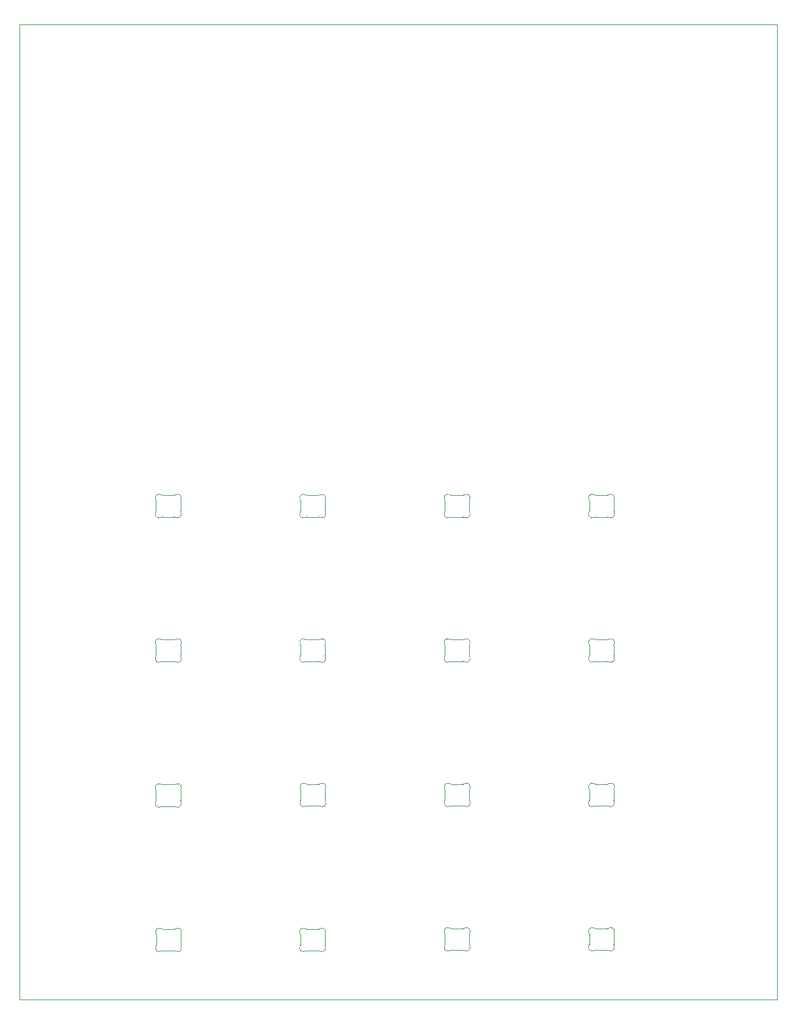
<source format=gbr>
%TF.GenerationSoftware,KiCad,Pcbnew,(6.0.4)*%
%TF.CreationDate,2022-05-01T23:44:28+08:00*%
%TF.ProjectId,RP2040_16Key_ili9341_LCD_keypad,52503230-3430-45f3-9136-4b65795f696c,rev?*%
%TF.SameCoordinates,Original*%
%TF.FileFunction,Profile,NP*%
%FSLAX46Y46*%
G04 Gerber Fmt 4.6, Leading zero omitted, Abs format (unit mm)*
G04 Created by KiCad (PCBNEW (6.0.4)) date 2022-05-01 23:44:28*
%MOMM*%
%LPD*%
G01*
G04 APERTURE LIST*
%TA.AperFunction,Profile*%
%ADD10C,0.100000*%
%TD*%
G04 APERTURE END LIST*
D10*
X42000000Y-34640000D02*
X147000000Y-34640000D01*
X147000000Y-34640000D02*
X147000000Y-169640000D01*
X147000000Y-169640000D02*
X42000000Y-169640000D01*
X42000000Y-169640000D02*
X42000000Y-34640000D01*
%TO.C,LED8*%
X123481119Y-122839999D02*
X121892215Y-122839999D01*
X121892215Y-119840000D02*
X123481120Y-119840000D01*
X120986668Y-122042841D02*
X120986668Y-120637157D01*
X124386666Y-120637157D02*
X124386666Y-122042841D01*
X124386666Y-122042841D02*
G75*
G03*
X124436151Y-122259719I499990J-2D01*
G01*
X124436152Y-120420279D02*
G75*
G03*
X123733378Y-119771701I-450516J216877D01*
G01*
X121892215Y-122840000D02*
G75*
G03*
X121639957Y-122908298I2J-500010D01*
G01*
X120937187Y-122259721D02*
G75*
G03*
X121639956Y-122908296I450510J-216879D01*
G01*
X120986657Y-120637157D02*
G75*
G03*
X120937183Y-120420279I-500290J-43D01*
G01*
X124436151Y-120420279D02*
G75*
G03*
X124386666Y-120637156I450505J-216876D01*
G01*
X121639956Y-119771700D02*
G75*
G03*
X120937183Y-120420279I-252259J-431700D01*
G01*
X123733378Y-122908298D02*
G75*
G03*
X123481119Y-122839999I-252261J-431710D01*
G01*
X123481120Y-119840000D02*
G75*
G03*
X123733378Y-119771701I-3J500009D01*
G01*
X123733378Y-122908298D02*
G75*
G03*
X124436151Y-122259718I252259J431700D01*
G01*
X121639956Y-119771700D02*
G75*
G03*
X121892214Y-119839999I252261J431710D01*
G01*
X120937183Y-122259719D02*
G75*
G03*
X120986668Y-122042842I-450866J216959D01*
G01*
%TO.C,LED5*%
X60946668Y-122042841D02*
X60946668Y-120637157D01*
X63441119Y-122839999D02*
X61852215Y-122839999D01*
X64346666Y-120637157D02*
X64346666Y-122042841D01*
X61852215Y-119840000D02*
X63441120Y-119840000D01*
X63441120Y-119840000D02*
G75*
G03*
X63693378Y-119771701I-3J500009D01*
G01*
X63693378Y-122908298D02*
G75*
G03*
X63441119Y-122839999I-252261J-431710D01*
G01*
X60897187Y-122259721D02*
G75*
G03*
X61599956Y-122908296I450510J-216879D01*
G01*
X61852215Y-122840000D02*
G75*
G03*
X61599957Y-122908298I2J-500010D01*
G01*
X60897183Y-122259719D02*
G75*
G03*
X60946668Y-122042842I-450386J216849D01*
G01*
X64396152Y-120420279D02*
G75*
G03*
X63693378Y-119771701I-450516J216877D01*
G01*
X63693378Y-122908298D02*
G75*
G03*
X64396151Y-122259718I252259J431700D01*
G01*
X61599956Y-119771700D02*
G75*
G03*
X61852214Y-119839999I252261J431710D01*
G01*
X61599956Y-119771700D02*
G75*
G03*
X60897183Y-120420279I-252259J-431700D01*
G01*
X64346666Y-122042841D02*
G75*
G03*
X64396151Y-122259719I499990J-2D01*
G01*
X64396151Y-120420279D02*
G75*
G03*
X64346666Y-120637156I450505J-216876D01*
G01*
X60946657Y-120637157D02*
G75*
G03*
X60897183Y-120420279I-500290J-43D01*
G01*
%TO.C,LED11*%
X104386666Y-140637157D02*
X104386666Y-142042841D01*
X100986668Y-142042841D02*
X100986668Y-140637157D01*
X101892215Y-139840000D02*
X103481120Y-139840000D01*
X103481119Y-142839999D02*
X101892215Y-142839999D01*
X103481120Y-139840000D02*
G75*
G03*
X103733378Y-139771701I-3J500009D01*
G01*
X103733378Y-142908298D02*
G75*
G03*
X104436151Y-142259718I252259J431700D01*
G01*
X101892215Y-142840000D02*
G75*
G03*
X101639957Y-142908298I2J-500010D01*
G01*
X100937187Y-142259721D02*
G75*
G03*
X101639956Y-142908296I450510J-216879D01*
G01*
X101639956Y-139771700D02*
G75*
G03*
X100937183Y-140420279I-252259J-431700D01*
G01*
X100937183Y-142259719D02*
G75*
G03*
X100986668Y-142042842I-450386J216849D01*
G01*
X104386666Y-142042841D02*
G75*
G03*
X104436151Y-142259719I499990J-2D01*
G01*
X103733378Y-142908298D02*
G75*
G03*
X103481119Y-142839999I-252261J-431710D01*
G01*
X104436152Y-140420279D02*
G75*
G03*
X103733378Y-139771701I-450516J216877D01*
G01*
X100986657Y-140637157D02*
G75*
G03*
X100937183Y-140420279I-500290J-43D01*
G01*
X104436151Y-140420279D02*
G75*
G03*
X104386666Y-140637156I450505J-216876D01*
G01*
X101639956Y-139771700D02*
G75*
G03*
X101892214Y-139839999I252261J431710D01*
G01*
%TO.C,LED6*%
X84359999Y-120637157D02*
X84359999Y-122042841D01*
X80960001Y-122042841D02*
X80960001Y-120637157D01*
X83454452Y-122839999D02*
X81865548Y-122839999D01*
X81865548Y-119840000D02*
X83454453Y-119840000D01*
X80910516Y-122259719D02*
G75*
G03*
X80960001Y-122042842I-450386J216849D01*
G01*
X81613289Y-119771700D02*
G75*
G03*
X80910516Y-120420279I-252259J-431700D01*
G01*
X81613289Y-119771700D02*
G75*
G03*
X81865547Y-119839999I252261J431710D01*
G01*
X80910520Y-122259721D02*
G75*
G03*
X81613289Y-122908296I450510J-216879D01*
G01*
X81865548Y-122840000D02*
G75*
G03*
X81613290Y-122908298I2J-500010D01*
G01*
X84359999Y-122042841D02*
G75*
G03*
X84409484Y-122259719I499990J-2D01*
G01*
X83454453Y-119840000D02*
G75*
G03*
X83706711Y-119771701I-3J500009D01*
G01*
X84409484Y-120420279D02*
G75*
G03*
X84359999Y-120637156I450505J-216876D01*
G01*
X83706711Y-122908298D02*
G75*
G03*
X84409484Y-122259718I252259J431700D01*
G01*
X80959990Y-120637157D02*
G75*
G03*
X80910516Y-120420279I-500290J-43D01*
G01*
X84409485Y-120420279D02*
G75*
G03*
X83706711Y-119771701I-450516J216877D01*
G01*
X83706711Y-122908298D02*
G75*
G03*
X83454452Y-122839999I-252261J-431710D01*
G01*
%TO.C,LED2*%
X80960001Y-102042841D02*
X80960001Y-100637157D01*
X84359999Y-100637157D02*
X84359999Y-102042841D01*
X83454452Y-102839999D02*
X81865548Y-102839999D01*
X81865548Y-99840000D02*
X83454453Y-99840000D01*
X84409485Y-100420279D02*
G75*
G03*
X83706711Y-99771701I-450516J216877D01*
G01*
X83706711Y-102908298D02*
G75*
G03*
X83454452Y-102839999I-252261J-431710D01*
G01*
X81613289Y-99771700D02*
G75*
G03*
X81865547Y-99839999I252261J431710D01*
G01*
X80910516Y-102259719D02*
G75*
G03*
X80960001Y-102042842I-450386J216849D01*
G01*
X81613289Y-99771700D02*
G75*
G03*
X80910516Y-100420279I-252259J-431700D01*
G01*
X80959990Y-100637157D02*
G75*
G03*
X80910516Y-100420279I-500290J-43D01*
G01*
X80910520Y-102259721D02*
G75*
G03*
X81613289Y-102908296I450510J-216879D01*
G01*
X81865548Y-102840000D02*
G75*
G03*
X81613290Y-102908298I2J-500010D01*
G01*
X84359999Y-102042841D02*
G75*
G03*
X84409484Y-102259719I499990J-2D01*
G01*
X83706711Y-102908298D02*
G75*
G03*
X84409484Y-102259718I252259J431700D01*
G01*
X84409484Y-100420279D02*
G75*
G03*
X84359999Y-100637156I450505J-216876D01*
G01*
X83454453Y-99840000D02*
G75*
G03*
X83706711Y-99771701I-3J500009D01*
G01*
%TO.C,LED10*%
X83481119Y-142839999D02*
X81892215Y-142839999D01*
X81892215Y-139840000D02*
X83481120Y-139840000D01*
X80986668Y-142042841D02*
X80986668Y-140637157D01*
X84386666Y-140637157D02*
X84386666Y-142042841D01*
X81892215Y-142840000D02*
G75*
G03*
X81639957Y-142908298I2J-500010D01*
G01*
X83733378Y-142908298D02*
G75*
G03*
X84436151Y-142259718I252259J431700D01*
G01*
X83481120Y-139840000D02*
G75*
G03*
X83733378Y-139771701I-3J500009D01*
G01*
X80937183Y-142259719D02*
G75*
G03*
X80986668Y-142042842I-450386J216849D01*
G01*
X81639956Y-139771700D02*
G75*
G03*
X80937183Y-140420279I-252259J-431700D01*
G01*
X84386666Y-142042841D02*
G75*
G03*
X84436151Y-142259719I499990J-2D01*
G01*
X81639956Y-139771700D02*
G75*
G03*
X81892214Y-139839999I252261J431710D01*
G01*
X80986657Y-140637157D02*
G75*
G03*
X80937183Y-140420279I-500290J-43D01*
G01*
X80937187Y-142259721D02*
G75*
G03*
X81639956Y-142908296I450510J-216879D01*
G01*
X84436151Y-140420279D02*
G75*
G03*
X84386666Y-140637156I450505J-216876D01*
G01*
X84436152Y-140420279D02*
G75*
G03*
X83733378Y-139771701I-450516J216877D01*
G01*
X83733378Y-142908298D02*
G75*
G03*
X83481119Y-142839999I-252261J-431710D01*
G01*
%TO.C,LED1*%
X63441119Y-102839999D02*
X61852215Y-102839999D01*
X64346666Y-100637157D02*
X64346666Y-102042841D01*
X60946668Y-102042841D02*
X60946668Y-100637157D01*
X61852215Y-99840000D02*
X63441120Y-99840000D01*
X64346666Y-102042841D02*
G75*
G03*
X64396151Y-102259719I499990J-2D01*
G01*
X64396151Y-100420279D02*
G75*
G03*
X64346666Y-100637156I450505J-216876D01*
G01*
X64396152Y-100420279D02*
G75*
G03*
X63693378Y-99771701I-450516J216877D01*
G01*
X63693378Y-102908298D02*
G75*
G03*
X63441119Y-102839999I-252261J-431710D01*
G01*
X63441120Y-99840000D02*
G75*
G03*
X63693378Y-99771701I-3J500009D01*
G01*
X60897183Y-102259719D02*
G75*
G03*
X60946668Y-102042842I-450866J216959D01*
G01*
X60946657Y-100637157D02*
G75*
G03*
X60897183Y-100420279I-500290J-43D01*
G01*
X60897187Y-102259721D02*
G75*
G03*
X61599956Y-102908296I450510J-216879D01*
G01*
X61599956Y-99771700D02*
G75*
G03*
X61852214Y-99839999I252261J431710D01*
G01*
X63693378Y-102908298D02*
G75*
G03*
X64396151Y-102259718I252259J431700D01*
G01*
X61852215Y-102840000D02*
G75*
G03*
X61599957Y-102908298I2J-500010D01*
G01*
X61599956Y-99771700D02*
G75*
G03*
X60897183Y-100420279I-252259J-431700D01*
G01*
%TO.C,LED3*%
X104373332Y-100637157D02*
X104373332Y-102042841D01*
X101878881Y-99840000D02*
X103467786Y-99840000D01*
X100973334Y-102042841D02*
X100973334Y-100637157D01*
X103467785Y-102839999D02*
X101878881Y-102839999D01*
X103467786Y-99840000D02*
G75*
G03*
X103720044Y-99771701I-3J500009D01*
G01*
X104373332Y-102042841D02*
G75*
G03*
X104422817Y-102259719I499990J-2D01*
G01*
X100923849Y-102259719D02*
G75*
G03*
X100973334Y-102042842I-450386J216849D01*
G01*
X104422817Y-100420279D02*
G75*
G03*
X104373332Y-100637156I450505J-216876D01*
G01*
X101878881Y-102840000D02*
G75*
G03*
X101626623Y-102908298I2J-500010D01*
G01*
X104422818Y-100420279D02*
G75*
G03*
X103720044Y-99771701I-450516J216877D01*
G01*
X103720044Y-102908298D02*
G75*
G03*
X104422817Y-102259718I252259J431700D01*
G01*
X100923853Y-102259721D02*
G75*
G03*
X101626622Y-102908296I450510J-216879D01*
G01*
X101626622Y-99771700D02*
G75*
G03*
X101878880Y-99839999I252261J431710D01*
G01*
X100973323Y-100637157D02*
G75*
G03*
X100923849Y-100420279I-500290J-43D01*
G01*
X101626622Y-99771700D02*
G75*
G03*
X100923849Y-100420279I-252259J-431700D01*
G01*
X103720044Y-102908298D02*
G75*
G03*
X103467785Y-102839999I-252261J-431710D01*
G01*
%TO.C,LED12*%
X124386666Y-140637157D02*
X124386666Y-142042841D01*
X120986668Y-142042841D02*
X120986668Y-140637157D01*
X121892215Y-139840000D02*
X123481120Y-139840000D01*
X123481119Y-142839999D02*
X121892215Y-142839999D01*
X123481120Y-139840000D02*
G75*
G03*
X123733378Y-139771701I-3J500009D01*
G01*
X123733378Y-142908298D02*
G75*
G03*
X123481119Y-142839999I-252261J-431710D01*
G01*
X120986657Y-140637157D02*
G75*
G03*
X120937183Y-140420279I-500290J-43D01*
G01*
X124436151Y-140420279D02*
G75*
G03*
X124386666Y-140637156I450505J-216876D01*
G01*
X120937187Y-142259721D02*
G75*
G03*
X121639956Y-142908296I450510J-216879D01*
G01*
X121639956Y-139771700D02*
G75*
G03*
X120937183Y-140420279I-252259J-431700D01*
G01*
X123733378Y-142908298D02*
G75*
G03*
X124436151Y-142259718I252259J431700D01*
G01*
X124436152Y-140420279D02*
G75*
G03*
X123733378Y-139771701I-450516J216877D01*
G01*
X121892215Y-142840000D02*
G75*
G03*
X121639957Y-142908298I2J-500010D01*
G01*
X124386666Y-142042841D02*
G75*
G03*
X124436151Y-142259719I499990J-2D01*
G01*
X121639956Y-139771700D02*
G75*
G03*
X121892214Y-139839999I252261J431710D01*
G01*
X120937183Y-142259719D02*
G75*
G03*
X120986668Y-142042842I-450386J216849D01*
G01*
%TO.C,LED14*%
X80946668Y-162122841D02*
X80946668Y-160717157D01*
X83441119Y-162919999D02*
X81852215Y-162919999D01*
X81852215Y-159920000D02*
X83441120Y-159920000D01*
X84346666Y-160717157D02*
X84346666Y-162122841D01*
X81599956Y-159851700D02*
G75*
G03*
X80897183Y-160500279I-252259J-431700D01*
G01*
X83693378Y-162988298D02*
G75*
G03*
X84396151Y-162339718I252259J431700D01*
G01*
X80897183Y-162339719D02*
G75*
G03*
X80946668Y-162122842I-450386J216849D01*
G01*
X84346666Y-162122841D02*
G75*
G03*
X84396151Y-162339719I499990J-2D01*
G01*
X84396151Y-160500279D02*
G75*
G03*
X84346666Y-160717156I450505J-216876D01*
G01*
X83441120Y-159920000D02*
G75*
G03*
X83693378Y-159851701I-3J500009D01*
G01*
X84396152Y-160500279D02*
G75*
G03*
X83693378Y-159851701I-450516J216877D01*
G01*
X83693378Y-162988298D02*
G75*
G03*
X83441119Y-162919999I-252261J-431710D01*
G01*
X81599956Y-159851700D02*
G75*
G03*
X81852214Y-159919999I252261J431710D01*
G01*
X81852215Y-162920000D02*
G75*
G03*
X81599957Y-162988298I2J-500010D01*
G01*
X80897187Y-162339721D02*
G75*
G03*
X81599956Y-162988296I450510J-216879D01*
G01*
X80946657Y-160717157D02*
G75*
G03*
X80897183Y-160500279I-500290J-43D01*
G01*
%TO.C,LED9*%
X60946668Y-142122841D02*
X60946668Y-140717157D01*
X61852215Y-139920000D02*
X63441120Y-139920000D01*
X63441119Y-142919999D02*
X61852215Y-142919999D01*
X64346666Y-140717157D02*
X64346666Y-142122841D01*
X63441120Y-139920000D02*
G75*
G03*
X63693378Y-139851701I-3J500009D01*
G01*
X60897183Y-142339719D02*
G75*
G03*
X60946668Y-142122842I-450386J216849D01*
G01*
X60946657Y-140717157D02*
G75*
G03*
X60897183Y-140500279I-500290J-43D01*
G01*
X61599956Y-139851700D02*
G75*
G03*
X61852214Y-139919999I252261J431710D01*
G01*
X61599956Y-139851700D02*
G75*
G03*
X60897183Y-140500279I-252259J-431700D01*
G01*
X64396151Y-140500279D02*
G75*
G03*
X64346666Y-140717156I450505J-216876D01*
G01*
X63693378Y-142988298D02*
G75*
G03*
X64396151Y-142339718I252259J431700D01*
G01*
X64346666Y-142122841D02*
G75*
G03*
X64396151Y-142339719I499990J-2D01*
G01*
X63693378Y-142988298D02*
G75*
G03*
X63441119Y-142919999I-252261J-431710D01*
G01*
X60897187Y-142339721D02*
G75*
G03*
X61599956Y-142988296I450510J-216879D01*
G01*
X64396152Y-140500279D02*
G75*
G03*
X63693378Y-139851701I-450516J216877D01*
G01*
X61852215Y-142920000D02*
G75*
G03*
X61599957Y-142988298I2J-500010D01*
G01*
%TO.C,LED15*%
X101892215Y-159840000D02*
X103481120Y-159840000D01*
X103481119Y-162839999D02*
X101892215Y-162839999D01*
X104386666Y-160637157D02*
X104386666Y-162042841D01*
X100986668Y-162042841D02*
X100986668Y-160637157D01*
X100937187Y-162259721D02*
G75*
G03*
X101639956Y-162908296I450510J-216879D01*
G01*
X104436151Y-160420279D02*
G75*
G03*
X104386666Y-160637156I450505J-216876D01*
G01*
X104436152Y-160420279D02*
G75*
G03*
X103733378Y-159771701I-450516J216877D01*
G01*
X103481120Y-159840000D02*
G75*
G03*
X103733378Y-159771701I-3J500009D01*
G01*
X104386666Y-162042841D02*
G75*
G03*
X104436151Y-162259719I499990J-2D01*
G01*
X100986657Y-160637157D02*
G75*
G03*
X100937183Y-160420279I-500290J-43D01*
G01*
X101892215Y-162840000D02*
G75*
G03*
X101639957Y-162908298I2J-500010D01*
G01*
X103733378Y-162908298D02*
G75*
G03*
X104436151Y-162259718I252259J431700D01*
G01*
X100937183Y-162259719D02*
G75*
G03*
X100986668Y-162042842I-450386J216849D01*
G01*
X101639956Y-159771700D02*
G75*
G03*
X101892214Y-159839999I252261J431710D01*
G01*
X101639956Y-159771700D02*
G75*
G03*
X100937183Y-160420279I-252259J-431700D01*
G01*
X103733378Y-162908298D02*
G75*
G03*
X103481119Y-162839999I-252261J-431710D01*
G01*
%TO.C,LED13*%
X64386666Y-160717157D02*
X64386666Y-162122841D01*
X61892215Y-159920000D02*
X63481120Y-159920000D01*
X60986668Y-162122841D02*
X60986668Y-160717157D01*
X63481119Y-162919999D02*
X61892215Y-162919999D01*
X61639956Y-159851700D02*
G75*
G03*
X60937183Y-160500279I-252259J-431700D01*
G01*
X61892215Y-162920000D02*
G75*
G03*
X61639957Y-162988298I2J-500010D01*
G01*
X64436151Y-160500279D02*
G75*
G03*
X64386666Y-160717156I450505J-216876D01*
G01*
X64436152Y-160500279D02*
G75*
G03*
X63733378Y-159851701I-450516J216877D01*
G01*
X63733378Y-162988298D02*
G75*
G03*
X64436151Y-162339718I252259J431700D01*
G01*
X63733378Y-162988298D02*
G75*
G03*
X63481119Y-162919999I-252261J-431710D01*
G01*
X61639956Y-159851700D02*
G75*
G03*
X61892214Y-159919999I252261J431710D01*
G01*
X64386666Y-162122841D02*
G75*
G03*
X64436151Y-162339719I499990J-2D01*
G01*
X60937183Y-162339719D02*
G75*
G03*
X60986668Y-162122842I-450386J216849D01*
G01*
X63481120Y-159920000D02*
G75*
G03*
X63733378Y-159851701I-3J500009D01*
G01*
X60937187Y-162339721D02*
G75*
G03*
X61639956Y-162988296I450510J-216879D01*
G01*
X60986657Y-160717157D02*
G75*
G03*
X60937183Y-160500279I-500290J-43D01*
G01*
%TO.C,LED7*%
X101878881Y-119840000D02*
X103467786Y-119840000D01*
X100973334Y-122042841D02*
X100973334Y-120637157D01*
X104373332Y-120637157D02*
X104373332Y-122042841D01*
X103467785Y-122839999D02*
X101878881Y-122839999D01*
X103720044Y-122908298D02*
G75*
G03*
X104422817Y-122259718I252259J431700D01*
G01*
X100923849Y-122259719D02*
G75*
G03*
X100973334Y-122042842I-450386J216849D01*
G01*
X100973323Y-120637157D02*
G75*
G03*
X100923849Y-120420279I-500290J-43D01*
G01*
X103467786Y-119840000D02*
G75*
G03*
X103720044Y-119771701I-3J500009D01*
G01*
X101626622Y-119771700D02*
G75*
G03*
X100923849Y-120420279I-252259J-431700D01*
G01*
X103720044Y-122908298D02*
G75*
G03*
X103467785Y-122839999I-252261J-431710D01*
G01*
X100923853Y-122259721D02*
G75*
G03*
X101626622Y-122908296I450510J-216879D01*
G01*
X101878881Y-122840000D02*
G75*
G03*
X101626623Y-122908298I2J-500010D01*
G01*
X104373332Y-122042841D02*
G75*
G03*
X104422817Y-122259719I499990J-2D01*
G01*
X104422818Y-120420279D02*
G75*
G03*
X103720044Y-119771701I-450516J216877D01*
G01*
X104422817Y-120420279D02*
G75*
G03*
X104373332Y-120637156I450505J-216876D01*
G01*
X101626622Y-119771700D02*
G75*
G03*
X101878880Y-119839999I252261J431710D01*
G01*
%TO.C,LED4*%
X124386666Y-100637157D02*
X124386666Y-102042841D01*
X123481119Y-102839999D02*
X121892215Y-102839999D01*
X120986668Y-102042841D02*
X120986668Y-100637157D01*
X121892215Y-99840000D02*
X123481120Y-99840000D01*
X124436151Y-100420279D02*
G75*
G03*
X124386666Y-100637156I450505J-216876D01*
G01*
X123481120Y-99840000D02*
G75*
G03*
X123733378Y-99771701I-3J500009D01*
G01*
X120937183Y-102259719D02*
G75*
G03*
X120986668Y-102042842I-450386J216849D01*
G01*
X123733378Y-102908298D02*
G75*
G03*
X124436151Y-102259718I252259J431700D01*
G01*
X121639956Y-99771700D02*
G75*
G03*
X120937183Y-100420279I-252259J-431700D01*
G01*
X121892215Y-102840000D02*
G75*
G03*
X121639957Y-102908298I2J-500010D01*
G01*
X120986657Y-100637157D02*
G75*
G03*
X120937183Y-100420279I-500290J-43D01*
G01*
X120937187Y-102259721D02*
G75*
G03*
X121639956Y-102908296I450510J-216879D01*
G01*
X124436152Y-100420279D02*
G75*
G03*
X123733378Y-99771701I-450516J216877D01*
G01*
X124386666Y-102042841D02*
G75*
G03*
X124436151Y-102259719I499990J-2D01*
G01*
X123733378Y-102908298D02*
G75*
G03*
X123481119Y-102839999I-252261J-431710D01*
G01*
X121639956Y-99771700D02*
G75*
G03*
X121892214Y-99839999I252261J431710D01*
G01*
%TO.C,LED16*%
X124386666Y-160637157D02*
X124386666Y-162042841D01*
X121892215Y-159840000D02*
X123481120Y-159840000D01*
X123481119Y-162839999D02*
X121892215Y-162839999D01*
X120986668Y-162042841D02*
X120986668Y-160637157D01*
X121892215Y-162840000D02*
G75*
G03*
X121639957Y-162908298I2J-500010D01*
G01*
X123481120Y-159840000D02*
G75*
G03*
X123733378Y-159771701I-3J500009D01*
G01*
X120986657Y-160637157D02*
G75*
G03*
X120937183Y-160420279I-500290J-43D01*
G01*
X124436152Y-160420279D02*
G75*
G03*
X123733378Y-159771701I-450516J216877D01*
G01*
X124386666Y-162042841D02*
G75*
G03*
X124436151Y-162259719I499990J-2D01*
G01*
X120937187Y-162259721D02*
G75*
G03*
X121639956Y-162908296I450510J-216879D01*
G01*
X123733378Y-162908298D02*
G75*
G03*
X123481119Y-162839999I-252261J-431710D01*
G01*
X121639956Y-159771700D02*
G75*
G03*
X121892214Y-159839999I252261J431710D01*
G01*
X120937183Y-162259719D02*
G75*
G03*
X120986668Y-162042842I-450386J216849D01*
G01*
X123733378Y-162908298D02*
G75*
G03*
X124436151Y-162259718I252259J431700D01*
G01*
X124436151Y-160420279D02*
G75*
G03*
X124386666Y-160637156I450505J-216876D01*
G01*
X121639956Y-159771700D02*
G75*
G03*
X120937183Y-160420279I-252259J-431700D01*
G01*
%TD*%
M02*

</source>
